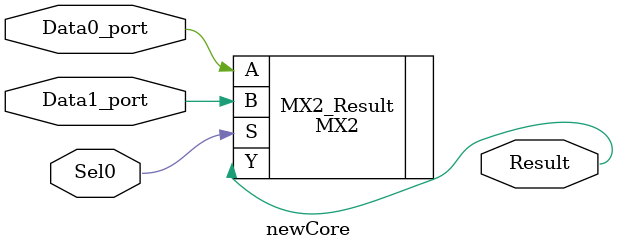
<source format=v>
`timescale 1 ns/100 ps


module newCore(
       Data0_port,
       Data1_port,
       Sel0,
       Result
    );
input  Data0_port;
input  Data1_port;
input  Sel0;
output Result;

    
    MX2 MX2_Result (.A(Data0_port), .B(Data1_port), .S(Sel0), .Y(
        Result));
    
endmodule

// _Disclaimer: Please leave the following comments in the file, they are for internal purposes only._


// _GEN_File_Contents_

// Version:11.9.0.4
// ACTGENU_CALL:1
// BATCH:T
// FAM:PA3LC
// OUTFORMAT:Verilog
// LPMTYPE:LPM_MUX
// LPM_HINT:None
// INSERT_PAD:NO
// INSERT_IOREG:NO
// GEN_BHV_VHDL_VAL:F
// GEN_BHV_VERILOG_VAL:F
// MGNTIMER:F
// MGNCMPL:T
// DESDIR:G:/EDA/W_zh4/smartgen\newCore
// GEN_BEHV_MODULE:F
// SMARTGEN_DIE:IS2X2M1
// SMARTGEN_PACKAGE:vq100
// AGENIII_IS_SUBPROJECT_LIBERO:T
// WIDTH:1
// SIZE:2
// SEL0_FANIN:AUTO
// SEL0_VAL:6
// SEL0_POLARITY:1
// SEL1_FANIN:AUTO
// SEL1_VAL:6
// SEL1_POLARITY:2
// SEL2_FANIN:AUTO
// SEL2_VAL:6
// SEL2_POLARITY:2
// SEL3_FANIN:AUTO
// SEL3_VAL:6
// SEL3_POLARITY:2
// SEL4_FANIN:AUTO
// SEL4_VAL:6
// SEL4_POLARITY:2

// _End_Comments_


</source>
